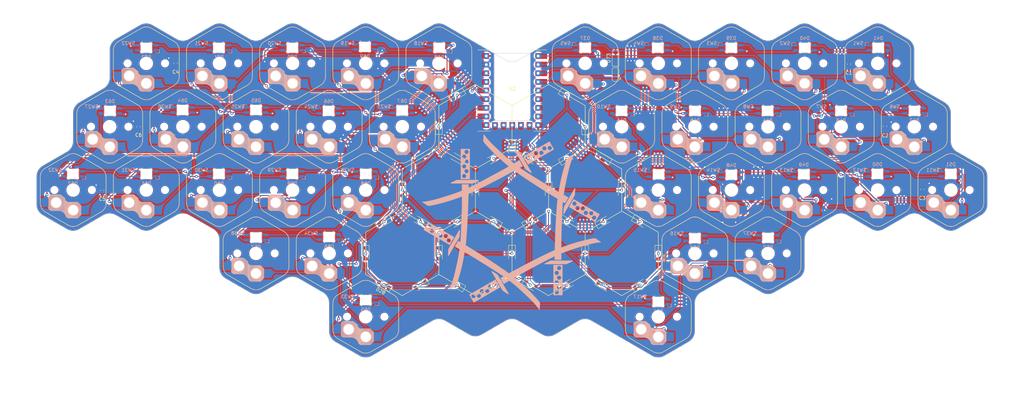
<source format=kicad_pcb>
(kicad_pcb (version 20221018) (generator pcbnew)

  (general
    (thickness 1.6)
  )

  (paper "A4")
  (layers
    (0 "F.Cu" signal)
    (31 "B.Cu" signal)
    (32 "B.Adhes" user "B.Adhesive")
    (33 "F.Adhes" user "F.Adhesive")
    (34 "B.Paste" user)
    (35 "F.Paste" user)
    (36 "B.SilkS" user "B.Silkscreen")
    (37 "F.SilkS" user "F.Silkscreen")
    (38 "B.Mask" user)
    (39 "F.Mask" user)
    (40 "Dwgs.User" user "User.Drawings")
    (41 "Cmts.User" user "User.Comments")
    (42 "Eco1.User" user "User.Eco1")
    (43 "Eco2.User" user "User.Eco2")
    (44 "Edge.Cuts" user)
    (45 "Margin" user)
    (46 "B.CrtYd" user "B.Courtyard")
    (47 "F.CrtYd" user "F.Courtyard")
    (48 "B.Fab" user)
    (49 "F.Fab" user)
    (50 "User.1" user)
    (51 "User.2" user)
    (52 "User.3" user)
    (53 "User.4" user)
    (54 "User.5" user)
    (55 "User.6" user)
    (56 "User.7" user)
    (57 "User.8" user)
    (58 "User.9" user)
  )

  (setup
    (pad_to_mask_clearance 0)
    (pcbplotparams
      (layerselection 0x00010fc_ffffffff)
      (plot_on_all_layers_selection 0x0000000_00000000)
      (disableapertmacros false)
      (usegerberextensions true)
      (usegerberattributes false)
      (usegerberadvancedattributes false)
      (creategerberjobfile false)
      (dashed_line_dash_ratio 12.000000)
      (dashed_line_gap_ratio 3.000000)
      (svgprecision 4)
      (plotframeref false)
      (viasonmask false)
      (mode 1)
      (useauxorigin false)
      (hpglpennumber 1)
      (hpglpenspeed 20)
      (hpglpendiameter 15.000000)
      (dxfpolygonmode true)
      (dxfimperialunits true)
      (dxfusepcbnewfont true)
      (psnegative false)
      (psa4output false)
      (plotreference true)
      (plotvalue true)
      (plotinvisibletext false)
      (sketchpadsonfab false)
      (subtractmaskfromsilk true)
      (outputformat 1)
      (mirror false)
      (drillshape 0)
      (scaleselection 1)
      (outputdirectory "production-files")
    )
  )

  (net 0 "")
  (net 1 "Net-(D35-A)")
  (net 2 "r1")
  (net 3 "Net-(D1-A)")
  (net 4 "r2")
  (net 5 "Net-(D2-A)")
  (net 6 "Net-(D3-A)")
  (net 7 "Net-(D4-A)")
  (net 8 "Net-(D5-A)")
  (net 9 "r3")
  (net 10 "Net-(D6-A)")
  (net 11 "r4")
  (net 12 "Net-(D7-A)")
  (net 13 "Net-(D8-A)")
  (net 14 "Net-(D9-A)")
  (net 15 "Net-(D10-A)")
  (net 16 "r5")
  (net 17 "Net-(D11-A)")
  (net 18 "r6")
  (net 19 "Net-(D12-A)")
  (net 20 "Net-(D13-A)")
  (net 21 "Net-(D14-A)")
  (net 22 "Net-(D15-A)")
  (net 23 "Net-(D16-A)")
  (net 24 "Net-(D17-A)")
  (net 25 "Net-(D18-A)")
  (net 26 "Net-(D19-A)")
  (net 27 "Net-(D20-A)")
  (net 28 "Net-(D21-A)")
  (net 29 "Net-(D22-A)")
  (net 30 "Net-(D23-A)")
  (net 31 "Net-(D24-A)")
  (net 32 "Net-(D25-A)")
  (net 33 "Net-(D26-A)")
  (net 34 "Net-(D27-A)")
  (net 35 "Net-(D28-A)")
  (net 36 "Net-(D29-A)")
  (net 37 "Net-(D30-A)")
  (net 38 "Net-(D31-A)")
  (net 39 "Net-(D32-A)")
  (net 40 "Net-(D33-A)")
  (net 41 "Net-(D34-A)")
  (net 42 "Net-(D36-A)")
  (net 43 "c1")
  (net 44 "c2")
  (net 45 "c3")
  (net 46 "c6")
  (net 47 "c4")
  (net 48 "c5")
  (net 49 "Net-(D37-DOUT)")
  (net 50 "rgb")
  (net 51 "Net-(D38-DOUT)")
  (net 52 "Net-(D39-DOUT)")
  (net 53 "Net-(D40-DOUT)")
  (net 54 "Net-(D41-DOUT)")
  (net 55 "Net-(D42-DOUT)")
  (net 56 "Net-(D43-DOUT)")
  (net 57 "Net-(D44-DOUT)")
  (net 58 "Net-(D45-DOUT)")
  (net 59 "Net-(D46-DOUT)")
  (net 60 "Net-(D47-DOUT)")
  (net 61 "Net-(D48-DOUT)")
  (net 62 "Net-(D49-DOUT)")
  (net 63 "Net-(D50-DOUT)")
  (net 64 "Net-(D51-DOUT)")
  (net 65 "Net-(D52-DOUT)")
  (net 66 "Net-(D53-DOUT)")
  (net 67 "Net-(D54-DOUT)")
  (net 68 "Net-(D55-DOUT)")
  (net 69 "Net-(D56-DOUT)")
  (net 70 "Net-(D57-DOUT)")
  (net 71 "Net-(D58-DOUT)")
  (net 72 "Net-(D59-DOUT)")
  (net 73 "Net-(D60-DOUT)")
  (net 74 "Net-(D61-DOUT)")
  (net 75 "Net-(D62-DOUT)")
  (net 76 "Net-(D63-DOUT)")
  (net 77 "Net-(D64-DOUT)")
  (net 78 "Net-(D65-DOUT)")
  (net 79 "Net-(D66-DOUT)")
  (net 80 "Net-(D67-DOUT)")
  (net 81 "Net-(D68-DOUT)")
  (net 82 "Net-(D69-DOUT)")
  (net 83 "Net-(D70-DOUT)")
  (net 84 "Net-(D71-DOUT)")
  (net 85 "unconnected-(D72-DOUT-Pad2)")
  (net 86 "+5V")
  (net 87 "GND")
  (net 88 "unconnected-(U2-3V3-Pad3)")
  (net 89 "unconnected-(U2-GP13-Pad19)")
  (net 90 "Net-(D37-VDD)")
  (net 91 "unconnected-(U2-GP11-Pad21)")
  (net 92 "unconnected-(U2-GP14-Pad9)")
  (net 93 "unconnected-(U2-GP5-Pad15)")
  (net 94 "c3p")
  (net 95 "unconnected-(U2-GP6-Pad16)")
  (net 96 "unconnected-(U2-GP7-Pad17)")
  (net 97 "Net-(D73-K)")

  (footprint "Diode_SMD:D_SOD-123" (layer "F.Cu") (at 139.75 68.271676 -90))

  (footprint "Diode_SMD:D_SOD-123" (layer "F.Cu") (at 182.75 99.304256 -90))

  (footprint "Diode_SMD:D_SOD-123" (layer "F.Cu") (at 166.625 71.374934 150))

  (footprint "Jumper:SolderJumper-3_P1.3mm_Open_RoundedPad1.0x1.5mm" (layer "F.Cu") (at 170.18 46.736 90))

  (footprint "Capacitor_SMD:C_0603_1608Metric_Pad1.08x0.95mm_HandSolder" (layer "F.Cu") (at 238.76 43.688 90))

  (footprint "Capacitor_SMD:C_0603_1608Metric_Pad1.08x0.95mm_HandSolder" (layer "F.Cu") (at 249.428 61.976 90))

  (footprint "Diode_SMD:D_SOD-123" (layer "F.Cu") (at 145.125 71.374934 -30))

  (footprint "Diode_SMD:D_SOD-123" (layer "F.Cu") (at 96.75 99.304256 -90))

  (footprint "Diode_SMD:D_SOD-123" (layer "F.Cu") (at 155.875 108.61403 30))

  (footprint "RP2040-Zero:RP2040 Zero" (layer "F.Cu") (at 129.66 64.262))

  (footprint "Capacitor_SMD:C_0603_1608Metric_Pad1.08x0.95mm_HandSolder" (layer "F.Cu") (at 29.972 62.0765 90))

  (footprint "Capacitor_SMD:C_0603_1608Metric_Pad1.08x0.95mm_HandSolder" (layer "F.Cu") (at 19.304 80.772 90))

  (footprint "Diode_SMD:D_SOD-123" (layer "F.Cu") (at 102.125 108.61403 150))

  (footprint "Capacitor_SMD:C_0603_1608Metric_Pad1.08x0.95mm_HandSolder" (layer "F.Cu") (at 40.894 43.434 90))

  (footprint "Diode_SMD:D_SOD-123" (layer "F.Cu") (at 102.125 89.994482 -150))

  (footprint "Capacitor_SMD:C_0603_1608Metric_Pad1.08x0.95mm_HandSolder" (layer "F.Cu") (at 260.35 80.518 90))

  (footprint "Diode_SMD:D_SOD-123" (layer "F.Cu") (at 112.875 89.994482 150))

  (footprint "Diode_SMD:D_SOD-123" (layer "F.Cu") (at 123.625 89.994482 -150))

  (footprint "Diode_SMD:D_SOD-123" (layer "F.Cu") (at 129 80.684708 -90))

  (footprint "Diode_SMD:D_SOD-123" (layer "F.Cu") (at 172 80.684708 -90))

  (footprint "Diode_SMD:D_SOD-123" (layer "F.Cu") (at 123.625 108.61403 150))

  (footprint "Diode_SMD:D_SOD-123" (layer "F.Cu") (at 112.875 108.61403 -150))

  (footprint "Diode_SMD:D_SOD-123" (layer "F.Cu") (at 118.25 61.976 90))

  (footprint "Diode_SMD:D_SOD-123" (layer "F.Cu") (at 145.125 89.994482 30))

  (footprint "Diode_SMD:D_SOD-123" (layer "F.Cu") (at 123.625 52.755386 -150))

  (footprint "Diode_SMD:D_SOD-123" (layer "F.Cu") (at 161.25 62.06516 90))

  (footprint "Diode_SMD:D_SOD-123" (layer "F.Cu") (at 123.625 71.374 150))

  (footprint "Diode_SMD:D_SOD-123" (layer "F.Cu") (at 145.125 108.61403 -30))

  (footprint "Diode_SMD:D_SOD-123" (layer "F.Cu") (at 155.875 52.755386 -30))

  (footprint "Diode_SMD:D_SOD-123" (layer "F.Cu") (at 155.956 89.994482 -30))

  (footprint "Diode_SMD:D_SOD-123" (layer "F.Cu") (at 177.375 108.61403 30))

  (footprint "Diode_SMD:D_SOD-123" (layer "F.Cu") (at 155.875 71.374 30))

  (footprint "Diode_SMD:D_SOD-123" (layer "F.Cu") (at 134.375 108.61403 -150))

  (footprint "Diode_SMD:D_SOD-123" (layer "F.Cu") (at 150.5 80.684708 -90))

  (footprint "Diode_SMD:D_SOD-123" (layer "F.Cu") (at 112.875 71.374934 30))

  (footprint "Diode_SMD:D_SOD-123" (layer "F.Cu") (at 107.5 80.684708 -90))

  (footprint "Diode_SMD:D_SOD-123" (layer "F.Cu") (at 161.25 99.304256 -90))

  (footprint "Diode_SMD:D_SOD-123" (layer "F.Cu") (at 170.18 41.91 90))

  (footprint "Diode_SMD:D_SOD-123" (layer "F.Cu") (at 118.25 99.314 -90))

  (footprint "Diode_SMD:D_SOD-123" (layer "F.Cu") (at 166.625 89.994482 30))

  (footprint "Diode_SMD:D_SOD-123" (layer "F.Cu") (at 134.375 71.374934 -150))

  (footprint "Diode_SMD:D_SOD-123" (layer "F.Cu") (at 134.375 89.994482 150))

  (footprint "Diode_SMD:D_SOD-123" (layer "F.Cu") (at 177.375 89.994482 -30))

  (footprint "Diode_SMD:D_SOD-123" (layer "F.Cu") (at 139.75 99.304256 -90))

  (footprint "Diode_SMD:D_SOD-123" (layer "F.Cu")
    (tstamp f325f134-95e4-46e1-b075-7a8dc9ed76bf)
    (at 166.625 108.732 -30)
    (descr "SOD-123")
    (tags "SOD-123")
    (property "Sheetfile" "hexatana.kicad_sch")
    (property "Sheetname" "")
    (property "Sim.Device" "D")
    (property "Sim.Pins" "1=K 2=A")
    (property "ki_description" "Diode")
    (property "ki_keywords" "diode")
    (path "/ea0f4f04-1cef-4c8f-b9a0-2cdbefc7ee23")
    (attr smd)
    (fp_text reference "D14" (at 0 -2 -30) (layer "F.SilkS") hide
        (effects (font (size 1 1) (thickness 0.15)))
      (tstamp ee408bb4-14de-461e-8f72-95d6b4b1a475)
    )
    (fp_text value "D" (at 0 2.1 -30) (layer "F.Fab")
        (effects (font (size 1 1) (thickness 0.15)))
      (tstamp 8218df8a-dc7e-49ba-b34e-7a0ce416d000)
    )
    (fp_text user "${REFERENCE}" (at 0 -2 -30) (layer "F.Fab")
        (effects (font (size 1 1) (thickness 0.15)))
      (tstamp 9cffeefa-30fe-44ba-9b7e-f4fb4e0d39ea)
    )
    (fp_line (start -2.36 -1) (end -2.36 1)
      (stroke (width 0.12) (type solid)) (layer "F.SilkS") (tstamp 6080591d-a294-4bbb-b1aa-6022355354e9))
    (fp_line (start -2.36 -1) (end 1.65 -1)
      (stroke (width 0.12) (type solid)) (layer "F.SilkS") (tstamp ead6d26a-56ee-4350-a492-37242b61e29d))
    (fp_line (start -2.36 1) (end 1.65 1)
      (stroke (width 0.12) (type solid)) (layer "F.SilkS") (tstamp fecc5610-1a70-4af2-bd11-ea4bde05daca))
    (fp_line (start -2.35 -1.15) (end -2.35 1.15)
      (stroke (width 0.05) (type solid)) (layer "F.CrtYd") (tstamp 97d7095b-0ba4-4b8a-be93-631029fa5d79))
    (fp_line (start -2.35 -1.15) (end 2.35 -1.15)
      (stroke (width 0.05) (type solid)) (layer "F.CrtYd") (tstamp 45295002-63b4-4e7a-869b-7223b265e897))
    (fp_line (start 2.35 -1.15) (end 2.35 1.15)
      (stroke (width 0.05) (type solid)) (layer "F.CrtYd") (tstamp 8102d500-5ae4-41f8-8119-31342b722f38))
    (fp_line (start 2.35 1.15) (end -2.35 1.15)
      (stroke (width 0.05) (type solid)) (layer "F.CrtYd") (tstamp a29e3f09-58d4-4c75-b188-e305cc4bf70d))
    (fp_line (start -1.4 -0.9) (end 1.4 -0.9)
      (stroke (width 0.1) (type solid)) (layer "F.Fab") (tstamp c8a94d3a-9c36-4b4c-9f2b-185ee39b1e44))
    (fp_line (start -1.4 0.9) (end -1.4 -0.9)
      (stroke (width 0.1) (type solid)) (layer "F.Fab") (tstamp 3b7912fe-85c9-448b-9875-92654e6f8920))
    (fp_line (start -0.75 0) (end -0.35 0)
      (stroke (width 0.1) (type solid)) (layer "F.Fab") (tstamp 64d91e0d-a6a2-4483-a9f7-3223411b9f50))
    (fp_line (start -0.35 0) (end -0.35 -0.55)
      (stroke (width 0.1) (type solid)) (layer "F.Fab") (tstamp acd035b7-a31b-43d6-8670-462c2976836a))
    (fp_line (start -0.35 0) (end -0.35 0.55)
      (stroke (width 0.1) (type solid)) (layer "F.Fab") (tstamp 8f8c25e0-ebd3-45e8-83b8-eefe931e39cb))
    (fp_line (start -0.35 0) (end 0.25 -0.4)
      (stroke (width 0.1) (type solid)) (layer "F.Fab") (tstamp 3d44789f-b663-4ff6-9abb-83c46c96645d))
    (fp_line (start 0.25 -0.4) (end 0.25 0.4)
      (stroke (w
... [5602832 chars truncated]
</source>
